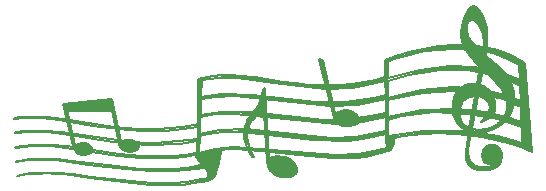
<source format=gbr>
G04 DipTrace 3.1.0.1*
G04 TPA3128D2route.BottomSilk.gbr*
%MOIN*%
G04 #@! TF.FileFunction,Legend,Bot*
G04 #@! TF.Part,Single*
%ADD19C,0.007874*%
%FSLAX26Y26*%
G04*
G70*
G90*
G75*
G01*
G04 BotSilk*
%LPD*%
X1043311Y1005932D2*
D19*
X1213001Y987403D1*
X1251364Y985016D1*
X1288682Y984143D1*
X1325251Y985096D1*
X1361352Y988180D1*
X1397283Y993705D1*
X1414291Y997234D1*
X1423318Y999861D1*
X1429803Y1003062D1*
X1434000Y1006768D1*
X1436163Y1010913D1*
X1436546Y1015432D1*
X1435404Y1020253D1*
X1432991Y1025314D1*
X1429562Y1030545D1*
X1425373Y1035879D1*
X1360037Y1027991D1*
X1321933Y1025255D1*
X1283255Y1024386D1*
X1243801Y1025176D1*
X1161764Y1030902D1*
X1036438Y1045631D1*
X953144Y1058340D1*
X926173Y1060984D1*
X897257Y1062528D1*
X866651Y1062529D1*
X834608Y1060543D1*
X795634Y1055169D1*
X794988Y1057923D1*
X808328Y1060230D1*
X841262Y1064230D1*
X872924Y1066054D1*
X903067Y1066101D1*
X931449Y1064768D1*
X981944Y1059543D1*
X1126747Y1040493D1*
X1209327Y1033222D1*
X1248681Y1031449D1*
X1287122Y1031180D1*
X1324933Y1032609D1*
X1362400Y1035933D1*
X1399804Y1041348D1*
X1415345Y1046987D1*
X1400589Y1063412D1*
X1397992Y1067064D1*
X1396114Y1070461D1*
X1395093Y1073566D1*
X1395075Y1076340D1*
X1392430Y1077908D1*
X1355084Y1072436D1*
X1318917Y1069020D1*
X1283371Y1067488D1*
X1247879Y1067667D1*
X1211873Y1069382D1*
X1136067Y1076726D1*
X939205Y1105453D1*
X911480Y1108013D1*
X881991Y1109390D1*
X851056Y1109159D1*
X818992Y1106894D1*
X793615Y1103482D1*
X792945Y1106318D1*
X818921Y1109867D1*
X850911Y1112332D1*
X881734Y1112907D1*
X911083Y1111970D1*
X964135Y1107080D1*
X1136626Y1082735D1*
X1213186Y1075755D1*
X1249577Y1074311D1*
X1285497Y1074453D1*
X1321539Y1076348D1*
X1358297Y1080159D1*
X1396360Y1086055D1*
X1399315Y1087622D1*
X1399856Y1124626D1*
X1341268Y1116832D1*
X1304097Y1113772D1*
X1267814Y1112496D1*
X1231702Y1112895D1*
X1195049Y1114856D1*
X1117255Y1123010D1*
X951444Y1149331D1*
X896576Y1155126D1*
X866652Y1156349D1*
X835576Y1155912D1*
X791571Y1151878D1*
X790924Y1154631D1*
X828911Y1158600D1*
X860094Y1159696D1*
X890165Y1159173D1*
X945505Y1154713D1*
X1108131Y1130312D1*
X1187117Y1122144D1*
X1224215Y1120194D1*
X1260635Y1119782D1*
X1297062Y1120991D1*
X1334184Y1123907D1*
X1372685Y1128614D1*
X1399974Y1133009D1*
X1400541Y1171858D1*
X1324682Y1162402D1*
X1287139Y1159714D1*
X1250438Y1158622D1*
X1213815Y1159113D1*
X1176491Y1161172D1*
X1137702Y1164783D1*
X1052631Y1176608D1*
X937701Y1196630D1*
X910457Y1199946D1*
X881521Y1202344D1*
X851332Y1203436D1*
X820329Y1202829D1*
X789547Y1200210D1*
X788883Y1203042D1*
X807241Y1204919D1*
X838395Y1206513D1*
X868875Y1206400D1*
X898255Y1204925D1*
X951993Y1199259D1*
X1078282Y1178539D1*
X1120551Y1172915D1*
X1160323Y1168879D1*
X1198346Y1166425D1*
X1235379Y1165549D1*
X1272175Y1166239D1*
X1309486Y1168493D1*
X1348073Y1172306D1*
X1388684Y1177669D1*
X1400689Y1181997D1*
X1402920Y1333198D1*
X1418946Y1336756D1*
X1450524Y1341556D1*
X1481508Y1343976D1*
X1511495Y1344423D1*
X1540075Y1343311D1*
X1591388Y1338050D1*
X1683399Y1323009D1*
X1726856Y1317100D1*
X1767387Y1312997D1*
X1805791Y1310759D1*
X1842871Y1310441D1*
X1879427Y1312100D1*
X1916259Y1315795D1*
X1954167Y1321583D1*
X1993957Y1329518D1*
X2025714Y1337081D1*
X2024860Y1394543D1*
X2060094Y1407534D1*
X2106227Y1421564D1*
X2154571Y1432928D1*
X2204298Y1441009D1*
X2254584Y1445199D1*
X2304601Y1444886D1*
X2353524Y1439455D1*
X2400525Y1428298D1*
X2444777Y1410801D1*
X2492375Y1384627D1*
X2516505Y1090143D1*
X2477979Y1104335D1*
X2436412Y1117979D1*
X2392753Y1129420D1*
X2347420Y1138551D1*
X2300822Y1145266D1*
X2253369Y1149457D1*
X2205472Y1151017D1*
X2157550Y1149837D1*
X2110005Y1145814D1*
X2063255Y1138836D1*
X2054504Y1132735D1*
X2055417Y1126811D1*
X2055038Y1120465D1*
X2053503Y1113996D1*
X2050948Y1107707D1*
X2047509Y1101900D1*
X2043328Y1096877D1*
X2038539Y1092938D1*
X2033280Y1090386D1*
X1996828Y1080403D1*
X1960781Y1073413D1*
X1924605Y1069382D1*
X1887970Y1067867D1*
X1850550Y1068428D1*
X1772034Y1074014D1*
X1643178Y1087325D1*
X1570568Y1096542D1*
X1525289Y1098650D1*
X1500951Y1098139D1*
X1476711Y1096021D1*
X1477206Y1086707D1*
X1476196Y1075581D1*
X1471115Y1050801D1*
X1457810Y1007886D1*
X1457469Y1007328D1*
X1450264Y1001227D1*
X1440385Y995230D1*
X1434109Y992507D1*
X1427025Y990348D1*
X1419197Y989037D1*
X1412189Y988799D1*
X1412756Y988996D1*
X1386517Y984076D1*
X1350745Y979710D1*
X1314631Y977723D1*
X1277915Y977785D1*
X1240335Y979558D1*
X1039888Y1001495D1*
X955419Y1013661D1*
X928337Y1016001D1*
X899260Y1017139D1*
X868382Y1016613D1*
X835895Y1013963D1*
X797416Y1007862D1*
X797017Y1009570D1*
X811950Y1012396D1*
X845399Y1016984D1*
X877341Y1019278D1*
X907591Y1019693D1*
X935969Y1018643D1*
X986367Y1013810D1*
X1043311Y1005932D1*
X2033453Y1269942D2*
X2146081Y1295563D1*
X2253604Y1303917D1*
X2341776Y1298067D1*
X2411875Y1283127D1*
X2467369Y1262499D1*
X2476668Y1258056D1*
X2474455Y1308324D1*
X2427037Y1331663D1*
X2369079Y1349871D1*
X2296984Y1361031D1*
X2207961Y1361364D1*
X2105623Y1346325D1*
X2033524Y1325983D1*
X2033453Y1269942D1*
X2026795Y1264400D2*
X1934106Y1245711D1*
X1843102Y1240469D1*
X1525253Y1275486D1*
X1458766Y1273381D1*
X1412369Y1265752D1*
X1410039Y1210941D1*
X1476577Y1222240D1*
X1575365Y1222055D1*
X1820407Y1195560D1*
X1912902Y1197610D1*
X1993430Y1210660D1*
X2027467Y1219484D1*
X2026795Y1264400D1*
X2033441Y1261398D2*
X2033371Y1205794D1*
X2147808Y1227446D1*
X2263417Y1232421D1*
X2362257Y1222714D1*
X2441352Y1203335D1*
X2479710Y1188944D1*
X2477480Y1239606D1*
X2419581Y1264135D1*
X2346476Y1282690D1*
X2254765Y1291663D1*
X2150665Y1286287D1*
X2047055Y1265394D1*
X2033441Y1261398D1*
X2033360Y1196862D2*
X2033289Y1140762D1*
X2153278Y1158934D1*
X2284412Y1159461D1*
X2400025Y1143335D1*
X2482749Y1119871D1*
X2480516Y1170604D1*
X2401623Y1198249D1*
X2301404Y1216731D1*
X2189619Y1220335D1*
X2082823Y1208165D1*
X2033360Y1196862D1*
X2027660Y1206500D2*
X1949661Y1189387D1*
X1862723Y1182969D1*
X1524919Y1216688D1*
X1461013Y1213854D1*
X1409756Y1204360D1*
X1407392Y1148707D1*
X1471734Y1161423D1*
X1560466Y1164188D1*
X1844717Y1136874D1*
X1928450Y1139667D1*
X1995381Y1151154D1*
X2028346Y1160261D1*
X2027660Y1206500D1*
X1654339Y1317226D2*
X1534701Y1335665D1*
X1466546Y1336146D1*
X1415063Y1329202D1*
X1412692Y1273419D1*
X1479066Y1283067D1*
X1584577Y1280067D1*
X1793164Y1254488D1*
X1890419Y1255130D1*
X1988551Y1269768D1*
X2026579Y1278995D1*
X2025915Y1323613D1*
X1916993Y1303018D1*
X1826374Y1298531D1*
X1654339Y1317226D1*
X2033601Y1389171D2*
X2033530Y1333724D1*
X2140692Y1362387D1*
X2240202Y1374274D1*
X2321335Y1372336D1*
X2385400Y1361521D1*
X2435869Y1345335D1*
X2473621Y1327248D1*
X2471428Y1377133D1*
X2430970Y1399786D1*
X2384144Y1417269D1*
X2323957Y1429709D1*
X2250448Y1433383D1*
X2158117Y1423874D1*
X2056458Y1397459D1*
X2033601Y1389171D1*
X2032890Y1103546D2*
X2028434Y1128205D1*
X2028530Y1148056D1*
X1969357Y1133726D1*
X1903277Y1126243D1*
X1789568Y1129248D1*
X1545661Y1156202D1*
X1485370Y1155308D1*
X1435412Y1148417D1*
X1407094Y1141583D1*
X1404755Y1086598D1*
X1456833Y1099083D1*
X1519929Y1105593D1*
X1859547Y1079924D1*
X1933253Y1082567D1*
X1988635Y1091291D1*
X2032890Y1103546D1*
X2301955Y1313135D2*
X2316091Y1314928D1*
X2332333Y1313912D1*
X2342713Y1373121D1*
X2316844Y1398689D1*
X2308681Y1408169D1*
X2301255Y1418005D1*
X2294702Y1428277D1*
X2289165Y1439059D1*
X2284780Y1450429D1*
X2281684Y1462466D1*
X2280018Y1475247D1*
X2279923Y1488849D1*
X2281533Y1503350D1*
X2286484Y1524281D1*
X2292370Y1540713D1*
X2298860Y1554290D1*
X2305312Y1564781D1*
X2311085Y1571953D1*
X2313513Y1574222D1*
X2315529Y1575576D1*
X2317025Y1575966D1*
X2320101Y1575052D1*
X2326852Y1571066D1*
X2335604Y1563223D1*
X2341538Y1556077D1*
X2348959Y1544269D1*
X2352602Y1536790D1*
X2356024Y1528188D1*
X2359093Y1518407D1*
X2361681Y1507395D1*
X2363652Y1495096D1*
X2364878Y1481455D1*
X2365228Y1466419D1*
X2364571Y1449932D1*
X2359470Y1409434D1*
X2396605Y1378555D1*
X2415478Y1360035D1*
X2424114Y1350028D1*
X2432009Y1339429D1*
X2439003Y1328172D1*
X2444937Y1316188D1*
X2449657Y1303408D1*
X2453001Y1289764D1*
X2454812Y1275186D1*
X2454881Y1261959D1*
X2453348Y1249223D1*
X2450314Y1236836D1*
X2445862Y1224909D1*
X2440083Y1213552D1*
X2433056Y1202875D1*
X2424874Y1192990D1*
X2415618Y1184004D1*
X2405374Y1176029D1*
X2394230Y1169177D1*
X2382268Y1163556D1*
X2369579Y1159277D1*
X2351948Y1155869D1*
X2333176Y1155151D1*
X2312912Y1157538D1*
X2302220Y1096793D1*
X2301778Y1085614D1*
X2302673Y1075534D1*
X2304899Y1066566D1*
X2306510Y1062503D1*
X2308455Y1058723D1*
X2310731Y1055228D1*
X2313339Y1052020D1*
X2317134Y1048354D1*
X2322178Y1044713D1*
X2327575Y1041874D1*
X2333196Y1039748D1*
X2338909Y1038248D1*
X2350083Y1036765D1*
X2364257Y1037010D1*
X2375815Y1039001D1*
X2379054Y1040562D1*
X2379972Y1041475D1*
X2380419Y1042469D1*
X2380461Y1043012D1*
X2380329Y1043689D1*
X2379472Y1045037D1*
X2376772Y1046999D1*
X2368879Y1049904D1*
X2362655Y1051748D1*
X2359056Y1053797D1*
X2356172Y1056390D1*
X2353923Y1059411D1*
X2352238Y1062741D1*
X2351047Y1066266D1*
X2349857Y1073423D1*
X2350214Y1084878D1*
X2351512Y1090669D1*
X2353965Y1096403D1*
X2357371Y1101542D1*
X2361577Y1105907D1*
X2366427Y1109310D1*
X2371757Y1111570D1*
X2379667Y1112478D1*
X2386749Y1111273D1*
X2394510Y1108564D1*
X2398209Y1106568D1*
X2401684Y1104079D1*
X2404860Y1101046D1*
X2407663Y1097421D1*
X2410014Y1093156D1*
X2411844Y1088199D1*
X2413073Y1082504D1*
X2413625Y1076018D1*
X2413455Y1069110D1*
X2412808Y1064379D1*
X2411642Y1059873D1*
X2409966Y1055602D1*
X2407799Y1051581D1*
X2405150Y1047823D1*
X2402029Y1044337D1*
X2398450Y1041139D1*
X2394427Y1038239D1*
X2389967Y1035651D1*
X2379803Y1031458D1*
X2362559Y1027915D1*
X2347163Y1027413D1*
X2336350Y1028556D1*
X2328735Y1030352D1*
X2321150Y1033218D1*
X2313900Y1037362D1*
X2310497Y1039979D1*
X2307291Y1042993D1*
X2302140Y1049521D1*
X2298353Y1056753D1*
X2295702Y1064920D1*
X2294192Y1074008D1*
X2293822Y1084001D1*
X2305244Y1159459D1*
X2297037Y1162327D1*
X2287803Y1166833D1*
X2279555Y1172407D1*
X2272298Y1179037D1*
X2266046Y1186713D1*
X2260808Y1195427D1*
X2258243Y1200955D1*
X2255686Y1207923D1*
X2253739Y1215007D1*
X2251451Y1229143D1*
X2250950Y1242604D1*
X2251818Y1254625D1*
X2253619Y1264444D1*
X2256199Y1271895D1*
X2261769Y1282488D1*
X2268177Y1291609D1*
X2275411Y1299244D1*
X2283461Y1305383D1*
X2292312Y1310017D1*
X2301955Y1313135D1*
X2336449Y1516654D2*
X2323140Y1529028D1*
X2314201Y1530160D1*
X2306478Y1525990D1*
X2299566Y1516306D1*
X2297223Y1507525D1*
X2297245Y1492008D1*
X2300999Y1476070D1*
X2310444Y1457741D1*
X2350560Y1416735D1*
X2355108Y1452921D1*
X2352406Y1480465D1*
X2342230Y1507703D1*
X2336449Y1516654D1*
X2314366Y1164017D2*
X2336556Y1161123D1*
X2357509Y1162549D1*
X2367273Y1164686D1*
X2378961Y1168623D1*
X2389738Y1173803D1*
X2399514Y1180105D1*
X2408205Y1187409D1*
X2415722Y1195592D1*
X2421979Y1204533D1*
X2426887Y1214112D1*
X2430358Y1224203D1*
X2432308Y1234690D1*
X2432651Y1245449D1*
X2431294Y1256358D1*
X2428287Y1267801D1*
X2421846Y1283979D1*
X2413436Y1298992D1*
X2399761Y1317504D1*
X2351591Y1365028D1*
X2341887Y1311904D1*
X2353463Y1307429D1*
X2362827Y1301609D1*
X2371071Y1294173D1*
X2379349Y1283224D1*
X2385243Y1271391D1*
X2389724Y1256251D1*
X2391310Y1242143D1*
X2390643Y1232308D1*
X2388291Y1224274D1*
X2383723Y1215339D1*
X2377448Y1207348D1*
X2369513Y1200353D1*
X2359971Y1194399D1*
X2346741Y1188831D1*
X2362755Y1205714D1*
X2368324Y1214420D1*
X2372778Y1225419D1*
X2374870Y1235589D1*
X2374169Y1243126D1*
X2370769Y1252260D1*
X2365580Y1260110D1*
X2358667Y1266827D1*
X2350520Y1271860D1*
X2341362Y1275085D1*
X2335178Y1276106D1*
X2314161Y1164066D1*
X2314366Y1164017D1*
X2276549Y1193140D2*
X2283919Y1181031D1*
X2296323Y1170941D1*
X2306495Y1166639D1*
X2325575Y1276337D1*
X2308520Y1273395D1*
X2294573Y1266562D1*
X2282504Y1254100D1*
X2274885Y1233728D1*
X2272703Y1212846D1*
X2274550Y1199185D1*
X2276549Y1193140D1*
X1582967Y1072316D2*
X1588227Y1072633D1*
X1576329Y1095282D1*
X1570369Y1110732D1*
X1566613Y1124881D1*
X1564766Y1137738D1*
X1564747Y1152894D1*
X1566870Y1165804D1*
X1570425Y1176499D1*
X1576146Y1187449D1*
X1583058Y1196634D1*
X1592759Y1205724D1*
X1602894Y1212278D1*
X1612668Y1216416D1*
X1622723Y1218379D1*
X1632996Y1054885D1*
X1635510Y1043030D1*
X1639073Y1033583D1*
X1643375Y1026228D1*
X1648106Y1020655D1*
X1654547Y1015451D1*
X1665959Y1009648D1*
X1682539Y1006043D1*
X1699958Y1005497D1*
X1716780Y1008836D1*
X1726160Y1014154D1*
X1729357Y1017755D1*
X1731214Y1022315D1*
X1731491Y1029367D1*
X1730076Y1035487D1*
X1725741Y1044606D1*
X1718959Y1053625D1*
X1710080Y1061753D1*
X1701694Y1067083D1*
X1692369Y1070930D1*
X1680311Y1073264D1*
X1656610Y1072802D1*
X1639025Y1069597D1*
X1625072Y1300114D1*
X1617795Y1299675D1*
X1617406Y1287007D1*
X1615537Y1275420D1*
X1611136Y1261454D1*
X1603325Y1245995D1*
X1566496Y1195558D1*
X1563429Y1189375D1*
X1560787Y1182491D1*
X1557260Y1168822D1*
X1555802Y1155421D1*
X1556085Y1142453D1*
X1557782Y1130081D1*
X1562262Y1113004D1*
X1570130Y1093856D1*
X1582967Y1072316D1*
X1010680Y1080067D2*
X1022159Y1078892D1*
X1036680Y1081136D1*
X1044718Y1084858D1*
X1048598Y1088360D1*
X1050072Y1091067D1*
X1050440Y1094958D1*
X1049417Y1098946D1*
X1046608Y1103853D1*
X1040970Y1109748D1*
X1033480Y1114598D1*
X1026529Y1117165D1*
X1015058Y1117978D1*
X991564Y1111652D1*
X964482Y1227014D1*
X1116157Y1224987D1*
X1136694Y1117277D1*
X1138669Y1111223D1*
X1141097Y1106244D1*
X1143871Y1102227D1*
X1148442Y1097752D1*
X1153178Y1094798D1*
X1167728Y1090638D1*
X1182529Y1091039D1*
X1193802Y1094261D1*
X1199879Y1098239D1*
X1202091Y1100885D1*
X1203108Y1103648D1*
X1202808Y1108522D1*
X1200980Y1112854D1*
X1197369Y1117748D1*
X1190925Y1123325D1*
X1184571Y1126833D1*
X1177458Y1129030D1*
X1164364Y1129046D1*
X1144312Y1123110D1*
X1115094Y1265404D1*
X953140Y1248966D1*
X987509Y1102953D1*
X990772Y1094912D1*
X994656Y1089104D1*
X998875Y1085122D1*
X1004530Y1081950D1*
X1010680Y1080067D1*
X1859713Y1218765D2*
X1859436Y1218638D1*
X1817841Y1395770D1*
X1804163Y1396623D1*
X1855761Y1203780D1*
X1861196Y1192933D1*
X1867440Y1185546D1*
X1875706Y1179924D1*
X1891755Y1175399D1*
X1917224Y1177635D1*
X1930155Y1183438D1*
X1935832Y1189269D1*
X1937295Y1194663D1*
X1935864Y1201778D1*
X1930512Y1210340D1*
X1920899Y1218923D1*
X1909558Y1224693D1*
X1891206Y1227022D1*
X1859713Y1218765D1*
X2301843Y1313621D2*
X2317958Y1315459D1*
X2331664Y1314501D1*
X2342274Y1372832D1*
X2317198Y1397559D1*
X2305014Y1412014D1*
X2294650Y1427364D1*
X2290299Y1435458D1*
X2286583Y1443875D1*
X2283563Y1452651D1*
X2281297Y1461818D1*
X2279845Y1471409D1*
X2279269Y1481459D1*
X2279627Y1492001D1*
X2280980Y1503070D1*
X2284768Y1520122D1*
X2291518Y1539937D1*
X2299177Y1555857D1*
X2306707Y1567500D1*
X2311143Y1572697D1*
X2314748Y1575710D1*
X2316143Y1576362D1*
X2317101Y1576459D1*
X2320711Y1575343D1*
X2328841Y1570156D1*
X2336944Y1562496D1*
X2344268Y1553063D1*
X2349925Y1543503D1*
X2355336Y1531474D1*
X2360041Y1516789D1*
X2363587Y1499259D1*
X2365516Y1478696D1*
X2365373Y1454908D1*
X2359904Y1409780D1*
X2402682Y1373640D1*
X2416761Y1359373D1*
X2429466Y1343888D1*
X2435134Y1335617D1*
X2440249Y1326953D1*
X2444748Y1317865D1*
X2448563Y1308324D1*
X2451622Y1298301D1*
X2453858Y1287765D1*
X2455205Y1276688D1*
X2455543Y1266361D1*
X2454929Y1256593D1*
X2453421Y1246988D1*
X2451064Y1237594D1*
X2447888Y1228461D1*
X2443932Y1219634D1*
X2439235Y1211161D1*
X2433832Y1203092D1*
X2427764Y1195474D1*
X2421063Y1188354D1*
X2413769Y1181782D1*
X2405921Y1175803D1*
X2397554Y1170467D1*
X2388703Y1165822D1*
X2379409Y1161915D1*
X2361180Y1156795D1*
X2341491Y1154617D1*
X2313579Y1156900D1*
X2313052Y1155580D1*
X2302747Y1097059D1*
X2302306Y1084524D1*
X2303568Y1073399D1*
X2305353Y1066774D1*
X2307894Y1060790D1*
X2311182Y1055454D1*
X2315304Y1050693D1*
X2318882Y1047584D1*
X2322718Y1044966D1*
X2326749Y1042799D1*
X2335182Y1039672D1*
X2343734Y1037896D1*
X2355795Y1037102D1*
X2374348Y1039088D1*
X2378264Y1040630D1*
X2379629Y1041856D1*
X2379965Y1042856D1*
X2379827Y1043605D1*
X2378946Y1044858D1*
X2375420Y1047131D1*
X2362667Y1051218D1*
X2358618Y1053558D1*
X2355257Y1056751D1*
X2352608Y1060752D1*
X2350692Y1065510D1*
X2349531Y1070978D1*
X2349266Y1080400D1*
X2350537Y1089108D1*
X2353101Y1095824D1*
X2356946Y1101803D1*
X2361843Y1106770D1*
X2365570Y1109387D1*
X2369593Y1111353D1*
X2378518Y1113017D1*
X2385434Y1112091D1*
X2391434Y1110377D1*
X2397243Y1107731D1*
X2402594Y1103983D1*
X2405017Y1101640D1*
X2407226Y1098958D1*
X2409186Y1095915D1*
X2410870Y1092487D1*
X2412241Y1088654D1*
X2413266Y1084394D1*
X2413913Y1079686D1*
X2413961Y1069190D1*
X2412787Y1062030D1*
X2410428Y1055404D1*
X2406929Y1049356D1*
X2402329Y1043928D1*
X2396673Y1039164D1*
X2390007Y1035108D1*
X2382367Y1031802D1*
X2362167Y1027375D1*
X2344421Y1027068D1*
X2333167Y1028684D1*
X2324434Y1031289D1*
X2315951Y1035430D1*
X2310656Y1039197D1*
X2305803Y1043874D1*
X2302000Y1048828D1*
X2298950Y1054211D1*
X2295602Y1063294D1*
X2293736Y1073566D1*
X2293348Y1085008D1*
X2304147Y1155937D1*
X2303165Y1159576D1*
X2292037Y1164020D1*
X2282165Y1169841D1*
X2273564Y1177025D1*
X2266252Y1185560D1*
X2260245Y1195433D1*
X2256231Y1204730D1*
X2253060Y1215505D1*
X2251171Y1226259D1*
X2250327Y1241673D1*
X2251324Y1255307D1*
X2253531Y1266125D1*
X2255496Y1271546D1*
X2261873Y1283608D1*
X2269336Y1293761D1*
X2274907Y1299462D1*
X2280948Y1304303D1*
X2287453Y1308280D1*
X2294421Y1311387D1*
X2301843Y1313621D1*
X2259416Y1198289D2*
X2264341Y1189260D1*
X2270285Y1181266D1*
X2277236Y1174316D1*
X2285185Y1168420D1*
X2294118Y1163588D1*
X2305255Y1159445D1*
X2294357Y1092696D1*
X2293804Y1081982D1*
X2294396Y1072163D1*
X2296130Y1063255D1*
X2299004Y1055268D1*
X2303013Y1048219D1*
X2305453Y1045038D1*
X2308517Y1041768D1*
X2311804Y1038912D1*
X2318890Y1034336D1*
X2326404Y1031102D1*
X2337814Y1028312D1*
X2357182Y1027490D1*
X2373832Y1029810D1*
X2381913Y1032169D1*
X2387043Y1034231D1*
X2391759Y1036623D1*
X2396049Y1039335D1*
X2399900Y1042352D1*
X2403302Y1045664D1*
X2406239Y1049257D1*
X2408703Y1053119D1*
X2410680Y1057240D1*
X2412157Y1061604D1*
X2413122Y1066199D1*
X2413600Y1071656D1*
X2413496Y1078646D1*
X2412671Y1084818D1*
X2411198Y1090219D1*
X2409156Y1094900D1*
X2406617Y1098909D1*
X2403660Y1102298D1*
X2400357Y1105113D1*
X2396786Y1107404D1*
X2393024Y1109220D1*
X2385218Y1111627D1*
X2376610Y1112458D1*
X2373147Y1111933D1*
X2368007Y1110129D1*
X2362996Y1107054D1*
X2358577Y1102963D1*
X2354909Y1098041D1*
X2352148Y1092470D1*
X2350453Y1086433D1*
X2349731Y1078762D1*
X2349986Y1072047D1*
X2351458Y1064875D1*
X2352833Y1061412D1*
X2354728Y1058188D1*
X2357218Y1055320D1*
X2360374Y1052925D1*
X2364268Y1051122D1*
X2374672Y1047996D1*
X2378227Y1046102D1*
X2379701Y1044776D1*
X2380152Y1044101D1*
X2380406Y1043424D1*
X2380369Y1042269D1*
X2379831Y1041290D1*
X2378138Y1039978D1*
X2371625Y1037982D1*
X2358252Y1036648D1*
X2347966Y1036920D1*
X2336677Y1038764D1*
X2330984Y1040499D1*
X2325436Y1042892D1*
X2320160Y1046034D1*
X2315290Y1050013D1*
X2312281Y1053238D1*
X2309803Y1056558D1*
X2307657Y1060164D1*
X2304360Y1068227D1*
X2302394Y1077413D1*
X2301759Y1087710D1*
X2302462Y1099101D1*
X2312920Y1157542D1*
X2330856Y1155259D1*
X2349686Y1155629D1*
X2364360Y1157975D1*
X2374613Y1160781D1*
X2387028Y1165596D1*
X2398680Y1171710D1*
X2409483Y1179013D1*
X2419350Y1187396D1*
X2428199Y1196745D1*
X2435942Y1206954D1*
X2442492Y1217909D1*
X2447764Y1229503D1*
X2451672Y1241622D1*
X2454129Y1254157D1*
X2455052Y1267000D1*
X2454298Y1280991D1*
X2451869Y1295196D1*
X2447971Y1308495D1*
X2442759Y1320955D1*
X2436390Y1332648D1*
X2429028Y1343640D1*
X2420824Y1354000D1*
X2402531Y1373097D1*
X2359381Y1409668D1*
X2363618Y1439143D1*
X2364955Y1456541D1*
X2365206Y1472457D1*
X2364499Y1486941D1*
X2362965Y1500052D1*
X2360738Y1511843D1*
X2357946Y1522367D1*
X2354722Y1531681D1*
X2351199Y1539839D1*
X2347505Y1546895D1*
X2340138Y1557920D1*
X2332407Y1566433D1*
X2324222Y1572849D1*
X2318428Y1575673D1*
X2316453Y1575924D1*
X2314798Y1575159D1*
X2312610Y1573444D1*
X2307175Y1567329D1*
X2300862Y1557825D1*
X2294315Y1545165D1*
X2288177Y1529579D1*
X2283093Y1511299D1*
X2280693Y1497580D1*
X2279765Y1483438D1*
X2280490Y1470167D1*
X2282731Y1457685D1*
X2286346Y1445917D1*
X2291198Y1434785D1*
X2297147Y1424211D1*
X2304056Y1414119D1*
X2311786Y1404430D1*
X2329154Y1385955D1*
X2342810Y1373008D1*
X2332328Y1313902D1*
X2317606Y1314958D1*
X2305605Y1313882D1*
X2295169Y1311129D1*
X2286073Y1306955D1*
X2277780Y1301274D1*
X2270295Y1294094D1*
X2263634Y1285427D1*
X2257807Y1275281D1*
X2255465Y1270231D1*
X2253215Y1262738D1*
X2251560Y1252428D1*
X2250929Y1240066D1*
X2251744Y1226413D1*
X2254430Y1212234D1*
X2256610Y1205184D1*
X2259416Y1198289D1*
X2324353Y1218470D2*
X2335218Y1276127D1*
X2344794Y1274130D1*
X2353612Y1270232D1*
X2361336Y1264572D1*
X2368272Y1256496D1*
X2372871Y1247482D1*
X2374768Y1239596D1*
X2374760Y1234417D1*
X2371866Y1222591D1*
X2367081Y1212171D1*
X2357801Y1199896D1*
X2346709Y1188793D1*
X2360440Y1194647D1*
X2369908Y1200648D1*
X2377769Y1207690D1*
X2383969Y1215724D1*
X2388455Y1224702D1*
X2390698Y1232623D1*
X2391210Y1244765D1*
X2389081Y1259201D1*
X2383992Y1274361D1*
X2377865Y1285550D1*
X2369228Y1296072D1*
X2360711Y1303133D1*
X2351096Y1308560D1*
X2341865Y1311951D1*
X2351593Y1365031D1*
X2388845Y1329720D1*
X2404051Y1312193D1*
X2413995Y1298112D1*
X2422297Y1283033D1*
X2428605Y1266778D1*
X2431488Y1255364D1*
X2432686Y1244463D1*
X2432198Y1233724D1*
X2430105Y1223268D1*
X2426499Y1213217D1*
X2421465Y1203692D1*
X2415088Y1194815D1*
X2407461Y1186707D1*
X2398668Y1179490D1*
X2388798Y1173283D1*
X2377933Y1168211D1*
X2357167Y1162492D1*
X2336203Y1161135D1*
X2314140Y1164097D1*
X2324353Y1218470D1*
X2430596Y1257247D2*
X2425348Y1274652D1*
X2417794Y1290723D1*
X2405696Y1309227D1*
X2378738Y1339235D1*
X2351928Y1364055D1*
X2342516Y1312732D1*
X2343722Y1311883D1*
X2356415Y1306415D1*
X2367495Y1298398D1*
X2376790Y1287975D1*
X2384499Y1274448D1*
X2390121Y1256781D1*
X2391812Y1240438D1*
X2390726Y1230220D1*
X2386829Y1219781D1*
X2381560Y1211391D1*
X2373104Y1202560D1*
X2362394Y1195151D1*
X2345269Y1187780D1*
X2363186Y1207130D1*
X2369739Y1218521D1*
X2373320Y1229459D1*
X2374406Y1237615D1*
X2372545Y1246928D1*
X2366608Y1257992D1*
X2359087Y1265857D1*
X2349833Y1271634D1*
X2339269Y1275026D1*
X2335568Y1275472D1*
X2314756Y1164434D1*
X2339710Y1161573D1*
X2362988Y1164138D1*
X2374898Y1167601D1*
X2387600Y1173205D1*
X2398990Y1180337D1*
X2408930Y1188808D1*
X2417287Y1198433D1*
X2423928Y1209020D1*
X2428713Y1220383D1*
X2430807Y1228297D1*
X2431975Y1236415D1*
X2432184Y1244684D1*
X2431386Y1253047D1*
X2430596Y1257247D1*
X2313028Y1274639D2*
X2325677Y1276253D1*
X2306165Y1166446D1*
X2290646Y1174703D1*
X2280867Y1185021D1*
X2275604Y1195668D1*
X2272802Y1210500D1*
X2275387Y1235867D1*
X2282257Y1253713D1*
X2291980Y1264605D1*
X2303671Y1271596D1*
X2313028Y1274639D1*
X2277008Y1193327D2*
X2288045Y1177518D1*
X2306056Y1167014D1*
X2325093Y1275814D1*
X2303466Y1270966D1*
X2286280Y1258348D1*
X2275866Y1235745D1*
X2273357Y1209596D1*
X2277008Y1193327D1*
X2350559Y1416728D2*
X2317832Y1447928D1*
X2305240Y1466469D1*
X2298896Y1482925D1*
X2296833Y1497961D1*
X2298576Y1513720D1*
X2304673Y1524227D1*
X2311672Y1529320D1*
X2319274Y1530407D1*
X2332547Y1521358D1*
X2345168Y1501962D1*
X2352929Y1477951D1*
X2355076Y1451433D1*
X2350559Y1416728D1*
X2336052Y1516356D2*
X2322122Y1528978D1*
X2314265Y1529663D1*
X2306180Y1525052D1*
X2299226Y1514093D1*
X2297388Y1503181D1*
X2298667Y1486189D1*
X2304794Y1468457D1*
X2321512Y1444434D1*
X2350219Y1417661D1*
X2354622Y1454135D1*
X2350903Y1484579D1*
X2336052Y1516356D1*
X1583621Y1220010D2*
X1601129Y1243413D1*
X1609323Y1258470D1*
X1614176Y1272034D1*
X1616469Y1283273D1*
X1617352Y1295554D1*
X1617285Y1300143D1*
X1625539Y1300640D1*
X1639487Y1070231D1*
X1665629Y1074063D1*
X1682866Y1073462D1*
X1692516Y1071406D1*
X1701923Y1067524D1*
X1712324Y1060615D1*
X1720888Y1052167D1*
X1727265Y1042978D1*
X1730555Y1035627D1*
X1732135Y1027690D1*
X1731510Y1021448D1*
X1729379Y1016883D1*
X1722723Y1011119D1*
X1711014Y1006576D1*
X1697751Y1004890D1*
X1676560Y1006436D1*
X1664668Y1009614D1*
X1654259Y1015041D1*
X1647757Y1020286D1*
X1642984Y1025904D1*
X1638642Y1033312D1*
X1635045Y1042828D1*
X1632507Y1054764D1*
X1622259Y1217853D1*
X1614000Y1216298D1*
X1604997Y1212735D1*
X1595782Y1207211D1*
X1586896Y1199776D1*
X1578875Y1190476D1*
X1573753Y1182308D1*
X1568982Y1171248D1*
X1566066Y1159475D1*
X1564941Y1145469D1*
X1565705Y1133480D1*
X1568176Y1120205D1*
X1572660Y1105633D1*
X1582286Y1084159D1*
X1589079Y1072185D1*
X1582654Y1071906D1*
X1572423Y1088302D1*
X1564152Y1106280D1*
X1558864Y1122891D1*
X1556428Y1135127D1*
X1555270Y1148089D1*
X1555744Y1161600D1*
X1558194Y1175486D1*
X1560272Y1182514D1*
X1568230Y1199451D1*
X1583621Y1220010D1*
X985336Y1109647D2*
X952597Y1249411D1*
X1115490Y1265946D1*
X1144682Y1123823D1*
X1165755Y1129735D1*
X1175365Y1129856D1*
X1181738Y1128438D1*
X1189500Y1124832D1*
X1195971Y1119877D1*
X1200719Y1114234D1*
X1203357Y1108366D1*
X1203650Y1104021D1*
X1202564Y1100714D1*
X1198697Y1096588D1*
X1189940Y1092238D1*
X1174287Y1089848D1*
X1159459Y1091950D1*
X1152551Y1094549D1*
X1148127Y1097352D1*
X1143848Y1101457D1*
X1140001Y1107171D1*
X1136875Y1114797D1*
X1115795Y1224256D1*
X1115605Y1224497D1*
X965227Y1226507D1*
X965182Y1226206D1*
X991911Y1112360D1*
X1013694Y1118349D1*
X1023656Y1118249D1*
X1030402Y1116471D1*
X1037971Y1112583D1*
X1044176Y1107459D1*
X1048576Y1101764D1*
X1050711Y1096404D1*
X1050824Y1092117D1*
X1049581Y1088878D1*
X1045421Y1084744D1*
X1036416Y1080537D1*
X1020597Y1078375D1*
X1007618Y1080357D1*
X1001306Y1082940D1*
X997302Y1085724D1*
X993413Y1089828D1*
X989867Y1095570D1*
X986890Y1103268D1*
X985336Y1109647D1*
X1859782Y1219343D2*
X1891717Y1227552D1*
X1902755Y1227001D1*
X1914113Y1223361D1*
X1925652Y1215902D1*
X1933314Y1207484D1*
X1937517Y1197967D1*
X1937316Y1191520D1*
X1934466Y1186585D1*
X1924312Y1179594D1*
X1902180Y1174785D1*
X1884983Y1176146D1*
X1874562Y1179936D1*
X1867112Y1185155D1*
X1860802Y1192609D1*
X1855311Y1203551D1*
X1803505Y1397164D1*
X1818248Y1396244D1*
X1859782Y1219343D1*
X1817850Y1395770D2*
X1804172Y1396622D1*
X1855993Y1203173D1*
X1861479Y1192509D1*
X1867747Y1185268D1*
X1876001Y1179781D1*
X1891948Y1175382D1*
X1916811Y1177524D1*
X1929881Y1183245D1*
X1935723Y1189079D1*
X1937286Y1194433D1*
X1935969Y1201513D1*
X1930940Y1209825D1*
X1921518Y1218495D1*
X1910297Y1224425D1*
X1892080Y1227075D1*
X1859436Y1218638D1*
X1817850Y1395770D1*
G36*
X1803487Y1394038D2*
X1819234D1*
X1858604Y1220810D1*
X1890101Y1224747D1*
X1917659Y1220810D1*
X1937344Y1205062D1*
X1933408Y1185377D1*
X1917659Y1177503D1*
X1897974Y1173566D1*
X1878289Y1177503D1*
X1862542Y1189314D1*
X1854668Y1212936D1*
D1*
X1803487Y1394038D1*
G37*
G36*
X1638133Y1071203D2*
X1665692D1*
X1689314D1*
X1712936Y1059392D1*
X1732621Y1031833D1*
X1728684Y1012148D1*
X1705062Y1004274D1*
X1673566D1*
X1649944Y1016085D1*
X1634196Y1039707D1*
X1630259Y1086951D1*
X1622383Y1216873D1*
X1606636Y1212936D1*
X1590888Y1205062D1*
X1579077Y1189314D1*
X1567266Y1169629D1*
X1563328Y1142070D1*
X1571203Y1110573D1*
X1563328D1*
X1555455Y1146007D1*
X1563328Y1189314D1*
X1594825Y1232621D1*
X1610573Y1260180D1*
X1618448Y1295613D1*
X1626322Y1299550D1*
Y1295613D1*
X1638133Y1071203D1*
G37*
G36*
X957030Y1248369D2*
X1114510Y1264117D1*
X1146007Y1122385D1*
X1169627Y1130259D1*
X1193251Y1122385D1*
X1201125Y1110573D1*
Y1098762D1*
X1189312Y1090888D1*
X1161755D1*
X1142070Y1102699D1*
X1134196Y1134196D1*
X1114510Y1224747D1*
X964904Y1228684D1*
X992462Y1110573D1*
X1012147Y1118448D1*
X1035770Y1114510D1*
X1047581Y1102699D1*
Y1086951D1*
X1031832Y1079077D1*
X1008211D1*
X992462Y1090888D1*
X953092Y1248369D1*
D1*
X957030D1*
G37*
G36*
X2358605Y1409786D2*
X2401912Y1374353D1*
X2429470Y1342857D1*
X2449155Y1307424D1*
X2457030Y1268054D1*
X2445219Y1220810D1*
X2417660Y1185377D1*
X2386164Y1165692D1*
X2421597Y1205062D1*
X2433408Y1228684D1*
X2425534Y1275928D1*
X2390100Y1327109D1*
X2334983Y1382227D1*
X2295613Y1425534D1*
X2279865Y1468841D1*
X2283802Y1516085D1*
X2299550Y1555455D1*
X2315298Y1575140D1*
Y1527896D1*
X2299550Y1520022D1*
Y1496400D1*
X2307424Y1460967D1*
X2342857Y1421597D1*
X2350730Y1417660D1*
X2354668Y1449156D1*
X2350730Y1492463D1*
X2334983Y1516085D1*
X2315298Y1527896D1*
Y1575140D1*
X2331045Y1571203D1*
X2354668Y1531833D1*
X2366479Y1488526D1*
X2362542Y1437345D1*
D1*
X2358605Y1409786D1*
G37*
G36*
X2342857Y1370416D2*
X2331045Y1315298D1*
X2307424D1*
X2271990Y1299550D1*
X2256243Y1268054D1*
X2252304Y1244432D1*
X2256243Y1208999D1*
X2271990Y1177503D1*
X2287739Y1165692D1*
X2299550Y1161755D1*
Y1169629D1*
X2287739Y1177503D1*
X2275928Y1197188D1*
Y1232621D1*
X2287739Y1264117D1*
X2307424Y1271991D1*
X2327109Y1275928D1*
X2350730Y1271991D1*
X2370415Y1252306D1*
X2374353Y1224747D1*
X2358605Y1201125D1*
X2378290Y1205062D1*
X2390100Y1232621D1*
Y1260180D1*
X2374353Y1295613D1*
X2342857Y1311361D1*
X2354668Y1370416D1*
D1*
X2342857D1*
G37*
G36*
X2327109Y1283802D2*
Y1279865D1*
X2303487Y1157818D1*
X2315298Y1153881D1*
X2338920Y1287739D1*
D1*
X2327109Y1283802D1*
G37*
G36*
X2378290Y1114510D2*
X2401912Y1106636D1*
X2413723Y1083014D1*
X2409785Y1055455D1*
X2394038Y1035770D1*
X2362542Y1027896D1*
X2334983D1*
X2311360Y1039707D1*
X2299550Y1055455D1*
X2295613Y1086951D1*
X2303487D1*
X2307424Y1055455D1*
X2338920Y1035770D1*
X2374353D1*
X2378290Y1043644D1*
X2362542Y1055455D1*
X2354668Y1059392D1*
X2350730Y1079077D1*
X2358605Y1102699D1*
D1*
X2378290Y1114510D1*
G37*
G36*
X2027896Y1138133D2*
X2067266Y1146007D1*
Y1138133D1*
X2055454Y1134196D1*
Y1118448D1*
X2043644Y1094825D1*
X1992463Y1079077D1*
X1921597Y1067266D1*
X1846794D1*
X1638133Y1086951D1*
Y1094825D1*
X1673566D1*
X1862542Y1079077D1*
X1937344Y1083014D1*
X2031833Y1102699D1*
D1*
X2027896Y1138133D1*
G37*
G36*
X1390101Y1083014D2*
X1457030Y1098762D1*
X1480652D1*
X1472778Y1051518D1*
X1457030Y1004274D1*
X1425533Y988526D1*
X1386163Y984589D1*
X1390101Y992463D1*
X1429471Y1000337D1*
X1437345Y1012148D1*
X1425533Y1035770D1*
X1362542Y1027896D1*
Y1035770D1*
X1413723Y1043644D1*
D1*
X1390101Y1083014D1*
G37*
G36*
X2472778Y1394038D2*
X2484589Y1102699D1*
X2516085Y1090888D1*
X2492463Y1386164D1*
D1*
X2472778Y1394038D1*
G37*
G36*
X1401912Y1331046D2*
X1417660Y1334983D1*
X1405848Y1086951D1*
X1397975D1*
Y1122385D1*
X1378290D1*
Y1130259D1*
X1397975Y1134196D1*
Y1173566D1*
X1386163D1*
X1401912Y1185377D1*
Y1189314D1*
Y1331046D1*
G37*
G36*
X2484589Y1390101D2*
X2421597Y1421597D1*
X2362542Y1437345D1*
X2271990Y1445219D1*
X2216873Y1441282D1*
X2146007Y1429471D1*
X2023959Y1394038D1*
Y1386164D1*
X2146007Y1421597D1*
X2264117Y1433408D1*
X2358605Y1425534D1*
X2401912Y1409786D1*
X2484589Y1370416D1*
D1*
Y1390101D1*
G37*
G36*
X2023959D2*
X2035769Y1394038D1*
Y1142070D1*
X2027896Y1146007D1*
D1*
X2023959Y1390101D1*
G37*
G36*
X2480652Y1331046D2*
Y1303487D1*
X2433408Y1327109D1*
X2334983Y1354668D1*
X2299550Y1362542D1*
X2197188Y1358605D1*
X2094824Y1342857D1*
X2142070Y1362542D1*
X2248369Y1374353D1*
X2338920Y1370416D1*
X2441282Y1342857D1*
X2472778Y1327109D1*
D1*
X2480652Y1331046D1*
G37*
G36*
X2484589Y1260180D2*
Y1236558D1*
X2464904Y1244432D1*
X2409785Y1268054D1*
X2256243Y1291676D1*
X2153879Y1287739D1*
X2031833Y1260180D1*
Y1268054D1*
X2157818Y1295613D1*
X2256243Y1303487D1*
X2390100Y1287739D1*
X2449155Y1268054D1*
D1*
X2484589Y1260180D1*
G37*
G36*
X2488525Y1193251D2*
Y1165692D1*
X2417660Y1193251D1*
X2338920Y1208999D1*
X2299550Y1216873D1*
X2189314Y1220810D1*
X2071203Y1205062D1*
X2031833Y1197188D1*
Y1205062D1*
X2161755Y1228684D1*
X2260180Y1232621D1*
X2334983Y1224747D1*
X2421597Y1208999D1*
X2480652Y1189314D1*
X2484589D1*
X2488525Y1193251D1*
G37*
G36*
Y1122385D2*
Y1118448D1*
Y1102699D1*
X2413723Y1122385D1*
X2327109Y1142070D1*
X2252304Y1149944D1*
X2165692D1*
X2114509Y1146007D1*
X2126322Y1153881D1*
X2149944Y1157818D1*
X2295613D1*
X2382227Y1146007D1*
X2484589Y1118448D1*
D1*
X2488525Y1122385D1*
G37*
G36*
X2027896Y1338920D2*
Y1323172D1*
X1917659Y1303487D1*
X1834983Y1299550D1*
X1752306Y1307424D1*
X1638133Y1319235D1*
X1567266Y1331046D1*
X1516085Y1334983D1*
X1472778D1*
X1480652Y1342857D1*
X1555455D1*
X1657818Y1327109D1*
X1748369Y1315298D1*
X1831046Y1311361D1*
X1913723Y1315298D1*
X1964904Y1323172D1*
X2027896Y1338920D1*
G37*
G36*
Y1279865D2*
Y1264117D1*
X1933408Y1244432D1*
X1838919Y1240495D1*
X1622383Y1264117D1*
X1531833Y1275928D1*
X1535770Y1279865D1*
X1571203D1*
X1799549Y1252306D1*
X1905849Y1256243D1*
D1*
X2027896Y1279865D1*
G37*
G36*
X1464903D2*
X1504273Y1283802D1*
Y1275928D1*
X1460967Y1271991D1*
D1*
X1464903Y1279865D1*
G37*
G36*
X1547581Y1220810D2*
Y1212936D1*
X1685377Y1201125D1*
X1838919Y1185377D1*
X1909786D1*
X1960967Y1189314D1*
X2031833Y1208999D1*
Y1220810D1*
X2012148Y1216873D1*
X1937344Y1201125D1*
X1846794Y1197188D1*
X1803487D1*
X1677503Y1208999D1*
X1594825Y1220810D1*
D1*
X1547581D1*
G37*
G36*
X2031833Y1161755D2*
Y1146007D1*
X1968841Y1134196D1*
X1901912Y1126322D1*
X1795613Y1130259D1*
X1705062Y1138133D1*
X1598762Y1149944D1*
X1535770Y1157818D1*
Y1161755D1*
X1559392Y1165692D1*
X1661753Y1153881D1*
X1850731Y1138133D1*
X1929471D1*
D1*
X2031833Y1161755D1*
G37*
M02*

</source>
